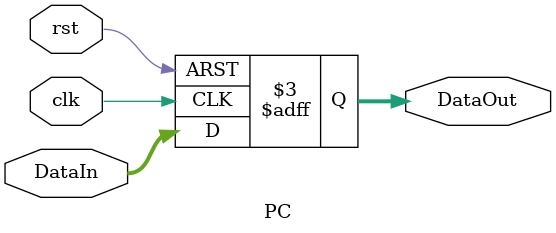
<source format=sv>
module PC (    //// WIDTH=#INSTRUCTIONS 
	input [31:0] DataIn, //pc+4
	input clk,    // Clock
	input rst, // reset
	output reg [31:0] DataOut
);
      always @ (posedge clk or negedge rst) begin   
           if(~rst) begin  
             	DataOut=32'h000000;
             end  
           else begin  
           		DataOut=DataIn;
           end  
      end 
endmodule 
</source>
